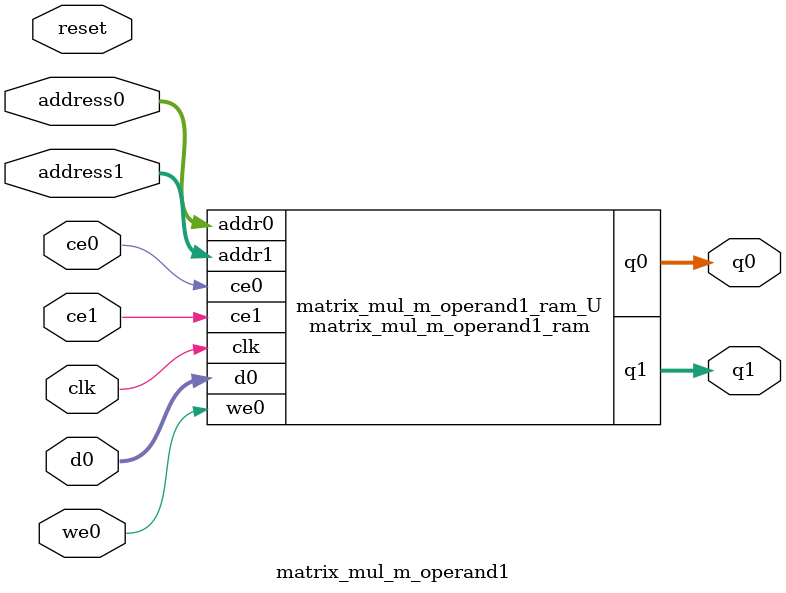
<source format=v>

`timescale 1 ns / 1 ps
module matrix_mul_m_operand1_ram (addr0, ce0, d0, we0, q0, addr1, ce1, q1,  clk);

parameter DWIDTH = 32;
parameter AWIDTH = 17;
parameter MEM_SIZE = 90000;

input[AWIDTH-1:0] addr0;
input ce0;
input[DWIDTH-1:0] d0;
input we0;
output reg[DWIDTH-1:0] q0;
input[AWIDTH-1:0] addr1;
input ce1;
output reg[DWIDTH-1:0] q1;
input clk;

(* ram_style = "block" *)reg [DWIDTH-1:0] ram[MEM_SIZE-1:0];




always @(posedge clk)  
begin 
    if (ce0) 
    begin
        if (we0) 
        begin 
            ram[addr0] <= d0; 
            q0 <= d0;
        end 
        else 
            q0 <= ram[addr0];
    end
end


always @(posedge clk)  
begin 
    if (ce1) 
    begin
            q1 <= ram[addr1];
    end
end


endmodule


`timescale 1 ns / 1 ps
module matrix_mul_m_operand1(
    reset,
    clk,
    address0,
    ce0,
    we0,
    d0,
    q0,
    address1,
    ce1,
    q1);

parameter DataWidth = 32'd32;
parameter AddressRange = 32'd90000;
parameter AddressWidth = 32'd17;
input reset;
input clk;
input[AddressWidth - 1:0] address0;
input ce0;
input we0;
input[DataWidth - 1:0] d0;
output[DataWidth - 1:0] q0;
input[AddressWidth - 1:0] address1;
input ce1;
output[DataWidth - 1:0] q1;



matrix_mul_m_operand1_ram matrix_mul_m_operand1_ram_U(
    .clk( clk ),
    .addr0( address0 ),
    .ce0( ce0 ),
    .d0( d0 ),
    .we0( we0 ),
    .q0( q0 ),
    .addr1( address1 ),
    .ce1( ce1 ),
    .q1( q1 ));

endmodule


</source>
